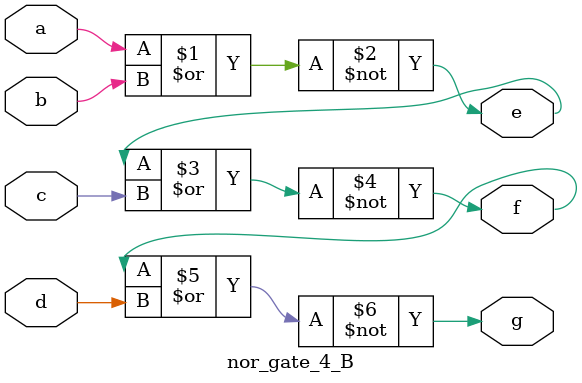
<source format=v>
`timescale 1ns / 1ps

module nor_gate_4_B(a, b, c, d, e, f, g);
    input a, b, c, d;
    output e, f, g;

    assign e= ~(a|b);
    assign f = ~(e|c);
    assign g = ~(f|d);
endmodule

</source>
